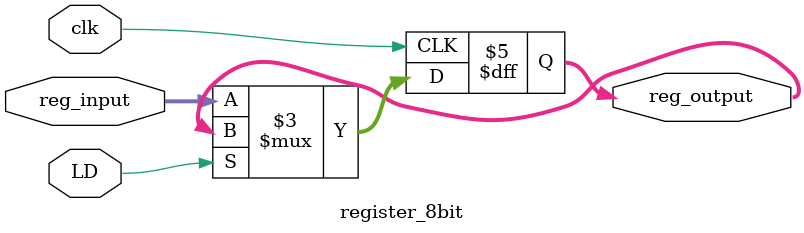
<source format=v>
`timescale 1ns / 1ps


module register_8bit( 
input clk, input wire LD , input [7:0] reg_input,
output reg [7:0] reg_output
    );
    always @(posedge clk) begin
       if (!LD) begin
          reg_output <= reg_input;
       end              
    end
endmodule


</source>
